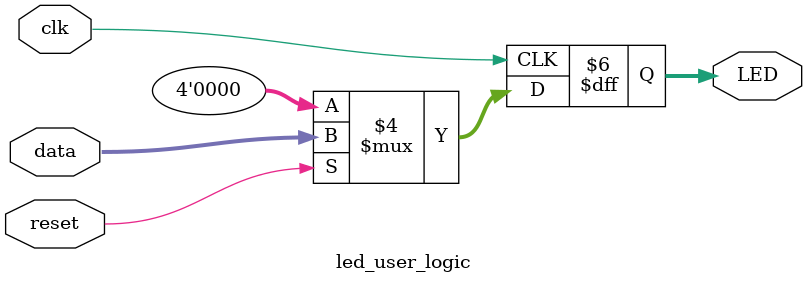
<source format=v>
`timescale 1ns / 1ps


module led_user_logic #
(
parameter integer C_LED_WIDTH=4
)
(
input clk,
input reset,
input [C_LED_WIDTH-1:0] data,
output reg [C_LED_WIDTH-1:0] LED
    );
    
always @(posedge clk)
begin
    if(reset==1'b0)
        LED<=0;
    else
        LED<=data;
    
end
 
endmodule

</source>
